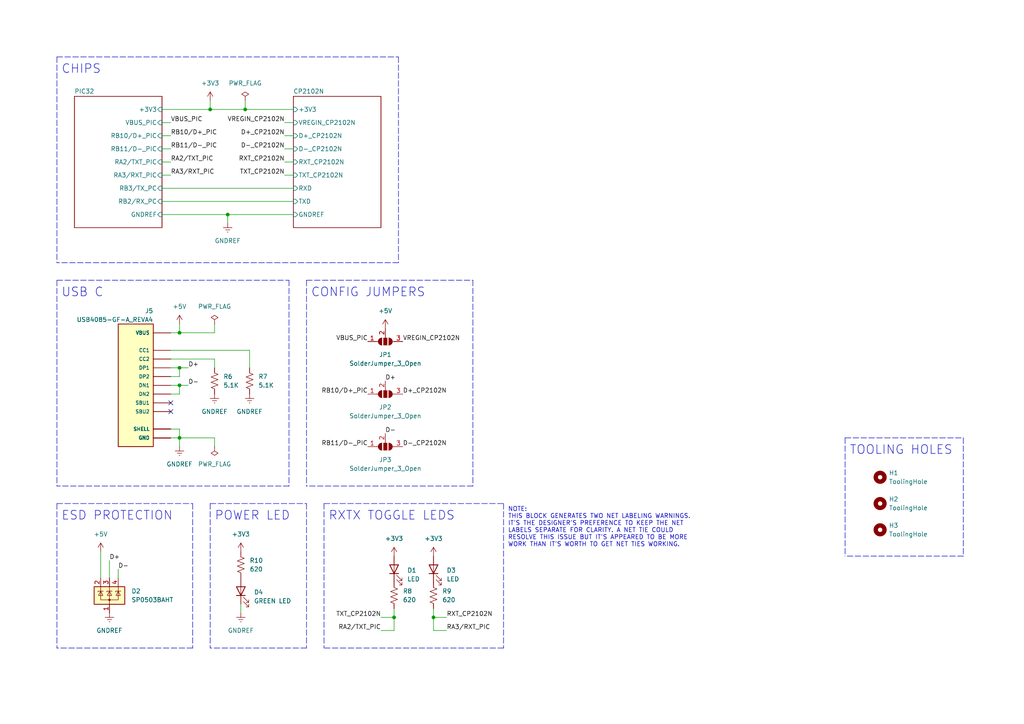
<source format=kicad_sch>
(kicad_sch (version 20211123) (generator eeschema)
  (paper "A4")
  (lib_symbols
    (symbol "Device:LED" (pin_numbers hide) (pin_names (offset 1.016) hide)
      (property "Reference" "D" (at 0 2.54 0))
      (property "Value" "LED" (at 0 -2.54 0))
      (symbol "LED_0_1"
        (polyline (pts (xy -1.27 -1.27) (xy -1.27 1.27)) (stroke (width 0.254)))
        (polyline (pts (xy -1.27 0) (xy 1.27 0)))
        (polyline (pts (xy 1.27 -1.27) (xy 1.27 1.27) (xy -1.27 0) (xy 1.27 -1.27)) (stroke (width 0.254)))
        (polyline (pts (xy -3.048 -0.762) (xy -4.572 -2.286) (xy -3.81 -2.286) (xy -4.572 -2.286) (xy -4.572 -1.524)))
        (polyline (pts (xy -1.778 -0.762) (xy -3.302 -2.286) (xy -2.54 -2.286) (xy -3.302 -2.286) (xy -3.302 -1.524)))
      )
      (symbol "LED_1_1"
        (pin passive line (at -3.81 0 0) (length 2.54) (name "K") (number "1"))
        (pin passive line (at 3.81 0 180) (length 2.54) (name "A") (number "2"))
      )
    )
    (symbol "Device:R_US" (pin_numbers hide) (pin_names (offset 0))
      (property "Reference" "R" (at 2.54 0 90))
      (property "Value" "R_US" (at -2.54 0 90))
      (symbol "R_US_0_1"
        (polyline (pts (xy 0 -2.286) (xy 0 -2.54)))
        (polyline (pts (xy 0 2.286) (xy 0 2.54)))
        (polyline (pts (xy 0 -0.762) (xy 1.016 -1.143) (xy 0 -1.524) (xy -1.016 -1.905) (xy 0 -2.286)))
        (polyline (pts (xy 0 0.762) (xy 1.016 0.381) (xy 0 0) (xy -1.016 -0.381) (xy 0 -0.762)))
        (polyline (pts (xy 0 2.286) (xy 1.016 1.905) (xy 0 1.524) (xy -1.016 1.143) (xy 0 0.762)))
      )
      (symbol "R_US_1_1"
        (pin passive line (at 0 3.81 270) (length 1.27) (name "~") (number "1"))
        (pin passive line (at 0 -3.81 90) (length 1.27) (name "~") (number "2"))
      )
    )
    (symbol "Jumper:SolderJumper_3_Open" (pin_names (offset 0) hide)
      (property "Reference" "JP" (at -2.54 -2.54 0))
      (property "Value" "SolderJumper_3_Open" (at 0 2.794 0))
      (symbol "SolderJumper_3_Open_0_1"
        (arc (start -1.016 1.016) (mid -2.032 0) (end -1.016 -1.016))
        (arc (start -1.016 1.016) (mid -2.032 0) (end -1.016 -1.016) (fill (type outline)))
        (rectangle (start -0.508 1.016) (end 0.508 -1.016) (fill (type outline)))
        (polyline (pts (xy -2.54 0) (xy -2.032 0)))
        (polyline (pts (xy -1.016 1.016) (xy -1.016 -1.016)))
        (polyline (pts (xy 0 -1.27) (xy 0 -1.016)))
        (polyline (pts (xy 1.016 1.016) (xy 1.016 -1.016)))
        (polyline (pts (xy 2.54 0) (xy 2.032 0)))
        (arc (start 1.016 -1.016) (mid 2.032 0) (end 1.016 1.016))
        (arc (start 1.016 -1.016) (mid 2.032 0) (end 1.016 1.016) (fill (type outline)))
      )
      (symbol "SolderJumper_3_Open_1_1"
        (pin passive line (at -5.08 0 0) (length 2.54) (name "A") (number "1"))
        (pin passive line (at 0 -3.81 90) (length 2.54) (name "C") (number "2"))
        (pin passive line (at 5.08 0 180) (length 2.54) (name "B") (number "3"))
      )
    )
    (symbol "Mechanical:MountingHole" (pin_names (offset 1.016))
      (property "Reference" "H" (at 0 5.08 0))
      (property "Value" "MountingHole" (at 0 3.175 0))
      (symbol "MountingHole_0_1"
        (circle (center 0 0) (radius 1.27) (stroke (width 1.27)))
      )
    )
    (symbol "Power_Protection:SP0503BAHT" (pin_names hide)
      (property "Reference" "D" (at 5.715 2.54 0))
      (property "Value" "SP0503BAHT" (at 5.715 0.635 0))
      (symbol "SP0503BAHT_0_0"
        (pin passive line (at 0 -5.08 90) (length 2.54) (name "A") (number "1"))
      )
      (symbol "SP0503BAHT_0_1"
        (rectangle (start -4.445 2.54) (end 4.445 -2.54) (stroke (width 0.254)) (fill (type background)))
        (circle (center 0 -1.27) (radius 0.254) (fill (type outline)))
        (polyline (pts (xy -2.54 2.54) (xy -2.54 1.27)))
        (polyline (pts (xy 0 -1.27) (xy 0 -2.54)))
        (polyline (pts (xy 0 -1.27) (xy 0 1.27)))
        (polyline (pts (xy 0 2.54) (xy 0 1.27)))
        (polyline (pts (xy 0.635 1.27) (xy 0.762 1.27)))
        (polyline (pts (xy 2.54 2.54) (xy 2.54 1.27)))
        (polyline (pts (xy 0.635 1.27) (xy -0.762 1.27) (xy -0.762 1.016)))
        (polyline (pts (xy -3.302 1.016) (xy -3.302 1.27) (xy -1.905 1.27) (xy -1.778 1.27)))
        (polyline (pts (xy -2.54 1.27) (xy -2.54 -1.27) (xy 2.54 -1.27) (xy 2.54 1.27)))
        (polyline (pts (xy -2.54 1.27) (xy -1.905 0) (xy -3.175 0) (xy -2.54 1.27)))
        (polyline (pts (xy 0.635 0) (xy -0.635 0) (xy 0 1.27) (xy 0.635 0)))
        (polyline (pts (xy 1.778 1.016) (xy 1.778 1.27) (xy 3.175 1.27) (xy 3.302 1.27)))
        (polyline (pts (xy 2.54 1.27) (xy 1.905 0) (xy 3.175 0) (xy 2.54 1.27)))
      )
      (symbol "SP0503BAHT_1_1"
        (pin passive line (at -2.54 5.08 270) (length 2.54) (name "K") (number "2"))
        (pin passive line (at 0 5.08 270) (length 2.54) (name "K") (number "3"))
        (pin passive line (at 2.54 5.08 270) (length 2.54) (name "K") (number "4"))
      )
    )
    (symbol "USB4085-GF-A_REVA4:USB4085-GF-A_REVA4" (pin_numbers hide) (pin_names (offset 1.016))
      (property "Reference" "J" (at -5.08 18.288 0))
      (property "Value" "USB4085-GF-A_REVA4" (at -5.08 -20.32 0))
      (symbol "USB4085-GF-A_REVA4_0_0"
        (rectangle (start -5.08 -17.78) (end 5.08 17.78) (stroke (width 0.254)) (fill (type background)))
        (pin power_in line (at -10.16 -15.24 0) (length 5.08) (name "GND") (number "A1"))
        (pin power_in line (at -10.16 -15.24 0) (length 5.08) (name "GND") (number "A12"))
        (pin power_in line (at -10.16 15.24 0) (length 5.08) (name "VBUS") (number "A4"))
        (pin bidirectional line (at -10.16 10.16 0) (length 5.08) (name "CC1") (number "A5"))
        (pin bidirectional line (at -10.16 5.08 0) (length 5.08) (name "DP1") (number "A6"))
        (pin bidirectional line (at -10.16 0 0) (length 5.08) (name "DN1") (number "A7"))
        (pin bidirectional line (at -10.16 -5.08 0) (length 5.08) (name "SBU1") (number "A8"))
        (pin power_in line (at -10.16 15.24 0) (length 5.08) (name "VBUS") (number "A9"))
        (pin power_in line (at -10.16 -15.24 0) (length 5.08) (name "GND") (number "B1"))
        (pin power_in line (at -10.16 -15.24 0) (length 5.08) (name "GND") (number "B12"))
        (pin power_in line (at -10.16 15.24 0) (length 5.08) (name "VBUS") (number "B4"))
        (pin bidirectional line (at -10.16 7.62 0) (length 5.08) (name "CC2") (number "B5"))
        (pin bidirectional line (at -10.16 2.54 0) (length 5.08) (name "DP2") (number "B6"))
        (pin bidirectional line (at -10.16 -2.54 0) (length 5.08) (name "DN2") (number "B7"))
        (pin bidirectional line (at -10.16 -7.62 0) (length 5.08) (name "SBU2") (number "B8"))
        (pin power_in line (at -10.16 15.24 0) (length 5.08) (name "VBUS") (number "B9"))
        (pin passive line (at -10.16 -12.7 0) (length 5.08) (name "SHELL") (number "S1"))
        (pin passive line (at -10.16 -12.7 0) (length 5.08) (name "SHELL") (number "S2"))
        (pin passive line (at -10.16 -12.7 0) (length 5.08) (name "SHELL") (number "S3"))
        (pin passive line (at -10.16 -12.7 0) (length 5.08) (name "SHELL") (number "S4"))
      )
    )
    (symbol "power:+3V3" (power) (pin_names (offset 0))
      (property "Value" "+3V3" (at 0 3.556 0))
      (symbol "+3V3_0_1"
        (polyline (pts (xy -0.762 1.27) (xy 0 2.54)))
        (polyline (pts (xy 0 0) (xy 0 2.54)))
        (polyline (pts (xy 0 2.54) (xy 0.762 1.27)))
      )
      (symbol "+3V3_1_1"
        (pin power_in line (at 0 0 90) (length 0) hide (name "+3V3") (number "1"))
      )
    )
    (symbol "power:+5V" (power) (pin_names (offset 0))
      (property "Value" "+5V" (at 0 3.556 0))
      (symbol "+5V_0_1"
        (polyline (pts (xy -0.762 1.27) (xy 0 2.54)))
        (polyline (pts (xy 0 0) (xy 0 2.54)))
        (polyline (pts (xy 0 2.54) (xy 0.762 1.27)))
      )
      (symbol "+5V_1_1"
        (pin power_in line (at 0 0 90) (length 0) hide (name "+5V") (number "1"))
      )
    )
    (symbol "power:GNDREF" (power) (pin_names (offset 0))
      (property "Value" "GNDREF" (at 0 -3.81 0))
      (symbol "GNDREF_0_1"
        (polyline (pts (xy -0.635 -1.905) (xy 0.635 -1.905)))
        (polyline (pts (xy -0.127 -2.54) (xy 0.127 -2.54)))
        (polyline (pts (xy 0 -1.27) (xy 0 0)))
        (polyline (pts (xy 1.27 -1.27) (xy -1.27 -1.27)))
      )
      (symbol "GNDREF_1_1"
        (pin power_in line (at 0 0 270) (length 0) hide (name "GNDREF") (number "1"))
      )
    )
    (symbol "power:PWR_FLAG" (power) (pin_numbers hide) (pin_names (offset 0) hide)
      (property "Value" "PWR_FLAG" (at 0 3.81 0))
      (symbol "PWR_FLAG_0_0"
        (pin power_out line (at 0 0 90) (length 0) (name "pwr") (number "1"))
      )
      (symbol "PWR_FLAG_0_1"
        (polyline (pts (xy 0 0) (xy 0 1.27) (xy -1.016 1.905) (xy 0 2.54) (xy 1.016 1.905) (xy 0 1.27)))
      )
    )
  )
  (junction (at 114.3 179.07))
  (junction (at 52.07 96.52))
  (junction (at 66.04 62.23))
  (junction (at 52.07 111.76))
  (junction (at 71.12 31.75))
  (junction (at 60.96 31.75))
  (junction (at 52.07 127))
  (junction (at 125.73 179.07))
  (junction (at 52.07 106.68))
  (no_connect (at 49.53 119.38))
  (no_connect (at 49.53 116.84))
  (wire (pts (xy 60.96 31.75) (xy 71.12 31.75)))
  (wire (pts (xy 49.53 124.46) (xy 52.07 124.46)))
  (polyline (pts (xy 146.05 146.05) (xy 146.05 187.96)))
  (polyline (pts (xy 60.96 146.05) (xy 60.96 187.96)))
  (polyline (pts (xy 115.57 76.2) (xy 16.51 76.2)))
  (polyline (pts (xy 137.16 81.28) (xy 137.16 140.97)))
  (polyline (pts (xy 88.9 81.28) (xy 88.9 140.97)))
  (wire (pts (xy 110.49 182.88) (xy 114.3 182.88)))
  (wire (pts (xy 62.23 104.14) (xy 62.23 106.68)))
  (wire (pts (xy 72.39 101.6) (xy 72.39 106.68)))
  (wire (pts (xy 49.53 114.3) (xy 52.07 114.3)))
  (wire (pts (xy 46.99 58.42) (xy 85.09 58.42)))
  (wire (pts (xy 71.12 29.21) (xy 71.12 31.75)))
  (polyline (pts (xy 146.05 187.96) (xy 93.98 187.96)))
  (wire (pts (xy 46.99 39.37) (xy 49.53 39.37)))
  (polyline (pts (xy 16.51 146.05) (xy 16.51 187.96)))
  (polyline (pts (xy 55.88 187.96) (xy 16.51 187.96)))
  (polyline (pts (xy 16.51 81.28) (xy 83.82 81.28)))
  (wire (pts (xy 34.29 165.1) (xy 34.29 167.64)))
  (wire (pts (xy 52.07 127) (xy 52.07 129.54)))
  (wire (pts (xy 49.53 104.14) (xy 62.23 104.14)))
  (polyline (pts (xy 279.4 127) (xy 279.4 161.29)))
  (wire (pts (xy 46.99 43.18) (xy 49.53 43.18)))
  (wire (pts (xy 82.55 50.8) (xy 85.09 50.8)))
  (polyline (pts (xy 88.9 187.96) (xy 60.96 187.96)))
  (wire (pts (xy 31.75 162.56) (xy 31.75 167.64)))
  (wire (pts (xy 46.99 62.23) (xy 66.04 62.23)))
  (wire (pts (xy 62.23 127) (xy 52.07 127)))
  (wire (pts (xy 49.53 127) (xy 52.07 127)))
  (wire (pts (xy 49.53 96.52) (xy 52.07 96.52)))
  (wire (pts (xy 60.96 29.21) (xy 60.96 31.75)))
  (wire (pts (xy 82.55 35.56) (xy 85.09 35.56)))
  (polyline (pts (xy 88.9 81.28) (xy 137.16 81.28)))
  (polyline (pts (xy 93.98 146.05) (xy 93.98 187.96)))
  (wire (pts (xy 62.23 129.54) (xy 62.23 127)))
  (polyline (pts (xy 83.82 140.97) (xy 16.51 140.97)))
  (polyline (pts (xy 83.82 81.28) (xy 83.82 140.97)))
  (wire (pts (xy 125.73 179.07) (xy 129.54 179.07)))
  (polyline (pts (xy 16.51 16.51) (xy 16.51 76.2)))
  (polyline (pts (xy 60.96 146.05) (xy 88.9 146.05)))
  (polyline (pts (xy 279.4 161.29) (xy 245.11 161.29)))
  (polyline (pts (xy 16.51 146.05) (xy 55.88 146.05)))
  (polyline (pts (xy 55.88 146.05) (xy 55.88 187.96)))
  (wire (pts (xy 49.53 109.22) (xy 52.07 109.22)))
  (wire (pts (xy 52.07 106.68) (xy 49.53 106.68)))
  (wire (pts (xy 46.99 46.99) (xy 49.53 46.99)))
  (polyline (pts (xy 93.98 146.05) (xy 146.05 146.05)))
  (wire (pts (xy 125.73 176.53) (xy 125.73 179.07)))
  (wire (pts (xy 82.55 46.99) (xy 85.09 46.99)))
  (wire (pts (xy 114.3 179.07) (xy 110.49 179.07)))
  (wire (pts (xy 69.85 177.8) (xy 69.85 175.26)))
  (polyline (pts (xy 137.16 140.97) (xy 88.9 140.97)))
  (wire (pts (xy 52.07 124.46) (xy 52.07 127)))
  (wire (pts (xy 66.04 62.23) (xy 66.04 64.77)))
  (wire (pts (xy 46.99 35.56) (xy 49.53 35.56)))
  (wire (pts (xy 52.07 109.22) (xy 52.07 106.68)))
  (polyline (pts (xy 16.51 81.28) (xy 16.51 140.97)))
  (wire (pts (xy 49.53 111.76) (xy 52.07 111.76)))
  (wire (pts (xy 29.21 160.02) (xy 29.21 167.64)))
  (wire (pts (xy 54.61 106.68) (xy 52.07 106.68)))
  (wire (pts (xy 49.53 101.6) (xy 72.39 101.6)))
  (polyline (pts (xy 88.9 146.05) (xy 88.9 187.96)))
  (wire (pts (xy 114.3 179.07) (xy 114.3 182.88)))
  (polyline (pts (xy 115.57 16.51) (xy 115.57 76.2)))
  (wire (pts (xy 46.99 50.8) (xy 49.53 50.8)))
  (wire (pts (xy 82.55 39.37) (xy 85.09 39.37)))
  (wire (pts (xy 52.07 114.3) (xy 52.07 111.76)))
  (wire (pts (xy 82.55 43.18) (xy 85.09 43.18)))
  (wire (pts (xy 125.73 182.88) (xy 129.54 182.88)))
  (wire (pts (xy 62.23 93.98) (xy 62.23 96.52)))
  (wire (pts (xy 71.12 31.75) (xy 85.09 31.75)))
  (polyline (pts (xy 245.11 127) (xy 245.11 161.29)))
  (wire (pts (xy 46.99 54.61) (xy 85.09 54.61)))
  (wire (pts (xy 52.07 111.76) (xy 54.61 111.76)))
  (polyline (pts (xy 16.51 16.51) (xy 115.57 16.51)))
  (wire (pts (xy 66.04 62.23) (xy 85.09 62.23)))
  (wire (pts (xy 125.73 179.07) (xy 125.73 182.88)))
  (wire (pts (xy 52.07 96.52) (xy 52.07 93.98)))
  (wire (pts (xy 46.99 31.75) (xy 60.96 31.75)))
  (wire (pts (xy 62.23 96.52) (xy 52.07 96.52)))
  (polyline (pts (xy 245.11 127) (xy 279.4 127)))
  (wire (pts (xy 114.3 176.53) (xy 114.3 179.07)))
  (text "ESD PROTECTION" (at 17.78 151.13 0) (effects (font (size 2.54 2.54)) (justify left bottom)))
  (text "USB C" (at 17.78 86.36 0) (effects (font (size 2.54 2.54)) (justify left bottom)))
  (text "CONFIG JUMPERS" (at 90.17 86.36 0) (effects (font (size 2.54 2.54)) (justify left bottom)))
  (text "POWER LED" (at 62.23 151.13 0) (effects (font (size 2.54 2.54)) (justify left bottom)))
  (text "NOTE:\nTHIS BLOCK GENERATES TWO NET LABELING WARNINGS.\nIT'S THE DESIGNER'S PREFERENCE TO KEEP THE NET\nLABELS SEPARATE FOR CLARITY. A NET TIE COULD\nRESOLVE THIS ISSUE BUT IT'S APPEARED TO BE MORE\nWORK THAN IT'S WORTH TO GET NET TIES WORKING." (at 147.32 158.75 0) (effects (font (size 1.27 1.27)) (justify left bottom)))
  (text "CHIPS" (at 17.78 21.59 0) (effects (font (size 2.54 2.54)) (justify left bottom)))
  (text "TOOLING HOLES" (at 246.38 132.08 0) (effects (font (size 2.54 2.54)) (justify left bottom)))
  (text "RXTX TOGGLE LEDS" (at 95.25 151.13 0) (effects (font (size 2.54 2.54)) (justify left bottom)))
  (label "D-" (at 111.76 125.73 0))
  (label "RXT_CP2102N" (at 82.55 46.99 180))
  (label "D-" (at 34.29 165.1 0))
  (label "D+" (at 54.61 106.68 0))
  (label "D+" (at 111.76 110.49 0))
  (label "D+" (at 31.75 162.56 0))
  (label "TXT_CP2102N" (at 82.55 50.8 180))
  (label "D-_CP2102N" (at 116.84 129.54 0))
  (label "VBUS_PIC" (at 106.68 99.06 180))
  (label "RB10{slash}D+_PIC" (at 49.53 39.37 0))
  (label "VBUS_PIC" (at 49.53 35.56 0))
  (label "VREGIN_CP2102N" (at 116.84 99.06 0))
  (label "D+_CP2102N" (at 116.84 114.3 0))
  (label "RA2{slash}TXT_PIC" (at 110.49 182.88 180))
  (label "RXT_CP2102N" (at 129.54 179.07 0))
  (label "RA3{slash}RXT_PIC" (at 129.54 182.88 0))
  (label "D-" (at 54.61 111.76 0))
  (label "D-_CP2102N" (at 82.55 43.18 180))
  (label "RB11{slash}D-_PIC" (at 49.53 43.18 0))
  (label "VREGIN_CP2102N" (at 82.55 35.56 180))
  (label "RA2{slash}TXT_PIC" (at 49.53 46.99 0))
  (label "TXT_CP2102N" (at 110.49 179.07 180))
  (label "RA3{slash}RXT_PIC" (at 49.53 50.8 0))
  (label "RB11{slash}D-_PIC" (at 106.68 129.54 180))
  (label "D+_CP2102N" (at 82.55 39.37 180))
  (label "RB10{slash}D+_PIC" (at 106.68 114.3 180))
  (symbol (lib_id "Mechanical:MountingHole") (at 255.27 146.05 0) (unit 1)
    (property "Reference" "H2" (at 257.81 144.7799 0) (effects (justify left)))
    (property "Value" "ToolingHole" (at 257.81 147.3199 0) (effects (justify left)))
    (property "Footprint" "footprints:JLCPCB_Tooling_Hole" (effects hide))
  )
  (symbol (lib_id "power:PWR_FLAG") (at 71.12 29.21 0) (unit 1)
    (property "Reference" "#FLG0101" (effects hide))
    (property "Value" "PWR_FLAG" (at 71.12 24.13 0))
  )
  (symbol (lib_id "power:+3V3") (at 69.85 160.02 0) (unit 1)
    (property "Reference" "#PWR016" (effects hide))
    (property "Value" "+3V3" (at 69.85 154.94 0))
  )
  (symbol (lib_id "Device:R_US") (at 125.73 172.72 0) (unit 1)
    (property "Reference" "R9" (at 128.27 171.4499 0) (effects (justify left)))
    (property "Value" "620" (at 128.27 173.9899 0) (effects (justify left)))
    (property "Footprint" "Resistor_SMD:R_1206_3216Metric" (effects hide))
  )
  (symbol (lib_id "power:+3V3") (at 125.73 161.29 0) (unit 1)
    (property "Reference" "#PWR015" (effects hide))
    (property "Value" "+3V3" (at 125.73 156.21 0))
  )
  (symbol (lib_id "Jumper:SolderJumper_3_Open") (at 111.76 99.06 0) (mirror x) (unit 1)
    (property "Reference" "JP1" (at 111.76 102.87 0))
    (property "Value" "SolderJumper_3_Open" (at 111.76 105.41 0))
    (property "Footprint" "Jumper:SolderJumper-3_P2.0mm_Open_TrianglePad1.0x1.5mm_NumberLabels" (effects hide))
  )
  (symbol (lib_id "Jumper:SolderJumper_3_Open") (at 111.76 114.3 0) (mirror x) (unit 1)
    (property "Reference" "JP2" (at 111.76 118.11 0))
    (property "Value" "SolderJumper_3_Open" (at 111.76 120.65 0))
    (property "Footprint" "Jumper:SolderJumper-3_P2.0mm_Open_TrianglePad1.0x1.5mm_NumberLabels" (effects hide))
  )
  (symbol (lib_id "power:+3V3") (at 60.96 29.21 0) (unit 1)
    (property "Reference" "#PWR012" (effects hide))
    (property "Value" "+3V3" (at 60.96 24.13 0))
  )
  (symbol (lib_id "power:PWR_FLAG") (at 62.23 129.54 0) (mirror x) (unit 1)
    (property "Reference" "#FLG02" (effects hide))
    (property "Value" "PWR_FLAG" (at 62.23 134.62 0))
  )
  (symbol (lib_id "power:+5V") (at 29.21 160.02 0) (unit 1)
    (property "Reference" "#PWR01" (effects hide))
    (property "Value" "+5V" (at 29.21 154.94 0))
  )
  (symbol (lib_id "Power_Protection:SP0503BAHT") (at 31.75 172.72 0) (unit 1)
    (property "Reference" "D2" (at 38.1 171.4499 0) (effects (justify left)))
    (property "Value" "SP0503BAHT" (at 38.1 173.9899 0) (effects (justify left)))
    (property "Footprint" "Package_TO_SOT_SMD:SOT-143" (effects hide))
    (property "Datasheet" "http://www.littelfuse.com/~/media/files/littelfuse/technical%20resources/documents/data%20sheets/sp05xxba.pdf" (effects hide))
  )
  (symbol (lib_id "Device:R_US") (at 62.23 110.49 0) (unit 1)
    (property "Reference" "R6" (at 64.77 109.2199 0) (effects (justify left)))
    (property "Value" "5.1K" (at 64.77 111.7599 0) (effects (justify left)))
    (property "Footprint" "Resistor_SMD:R_1206_3216Metric" (effects hide))
  )
  (symbol (lib_id "Device:R_US") (at 69.85 163.83 0) (unit 1)
    (property "Reference" "R10" (at 72.39 162.5599 0) (effects (justify left)))
    (property "Value" "620" (at 72.39 165.0999 0) (effects (justify left)))
    (property "Footprint" "Resistor_SMD:R_1206_3216Metric" (effects hide))
  )
  (symbol (lib_id "Device:LED") (at 125.73 165.1 90) (unit 1)
    (property "Reference" "D3" (at 129.54 165.4174 90) (effects (justify right)))
    (property "Value" "LED" (at 129.54 167.9574 90) (effects (justify right)))
    (property "Footprint" "LED_SMD:LED_1206_3216Metric" (effects hide))
  )
  (symbol (lib_id "power:GNDREF") (at 66.04 64.77 0) (unit 1)
    (property "Reference" "#PWR013" (effects hide))
    (property "Value" "GNDREF" (at 66.04 69.85 0))
  )
  (symbol (lib_id "power:+5V") (at 52.07 93.98 0) (unit 1)
    (property "Reference" "#PWR010" (effects hide))
    (property "Value" "+5V" (at 52.07 88.9 0))
  )
  (symbol (lib_id "power:PWR_FLAG") (at 62.23 93.98 0) (unit 1)
    (property "Reference" "#FLG01" (effects hide))
    (property "Value" "PWR_FLAG" (at 62.23 88.9 0))
  )
  (symbol (lib_id "Device:LED") (at 114.3 165.1 90) (unit 1)
    (property "Reference" "D1" (at 118.11 165.4174 90) (effects (justify right)))
    (property "Value" "LED" (at 118.11 167.9574 90) (effects (justify right)))
    (property "Footprint" "LED_SMD:LED_1206_3216Metric" (effects hide))
  )
  (symbol (lib_id "USB4085-GF-A_REVA4:USB4085-GF-A_REVA4") (at 39.37 111.76 0) (mirror y) (unit 1)
    (property "Reference" "J5" (at 44.45 90.17 0) (effects (justify left)))
    (property "Value" "USB4085-GF-A_REVA4" (at 44.45 92.71 0) (effects (justify left)))
    (property "Footprint" "GCT_USB4085-GF-A_REVA4" (effects hide))
    (property "MANUFACTURER" "Global Connector Technology" (effects hide))
    (property "SNAPEDA_PN" "USB4085-GF-A" (effects hide))
    (property "PARTREV" "A4" (effects hide))
    (property "MAXIMUM_PACKAGE_HEIGHT" "3.46 mm" (effects hide))
    (property "STANDARDD" "Manufacturer Recommendations" (effects hide))
  )
  (symbol (lib_id "Device:R_US") (at 72.39 110.49 0) (unit 1)
    (property "Reference" "R7" (at 74.93 109.2199 0) (effects (justify left)))
    (property "Value" "5.1K" (at 74.93 111.7599 0) (effects (justify left)))
    (property "Footprint" "Resistor_SMD:R_1206_3216Metric" (effects hide))
  )
  (symbol (lib_id "Device:R_US") (at 114.3 172.72 0) (unit 1)
    (property "Reference" "R8" (at 116.84 171.4499 0) (effects (justify left)))
    (property "Value" "620" (at 116.84 173.9899 0) (effects (justify left)))
    (property "Footprint" "Resistor_SMD:R_1206_3216Metric" (effects hide))
  )
  (symbol (lib_id "Jumper:SolderJumper_3_Open") (at 111.76 129.54 0) (mirror x) (unit 1)
    (property "Reference" "JP3" (at 111.76 133.35 0))
    (property "Value" "SolderJumper_3_Open" (at 111.76 135.89 0))
    (property "Footprint" "Jumper:SolderJumper-3_P2.0mm_Open_TrianglePad1.0x1.5mm_NumberLabels" (effects hide))
  )
  (symbol (lib_id "power:GNDREF") (at 31.75 177.8 0) (unit 1)
    (property "Reference" "#PWR08" (effects hide))
    (property "Value" "GNDREF" (at 31.75 182.88 0))
  )
  (symbol (lib_id "Device:LED") (at 69.85 171.45 90) (unit 1)
    (property "Reference" "D4" (at 73.66 171.7674 90) (effects (justify right)))
    (property "Value" "GREEN LED" (at 73.66 174.3074 90) (effects (justify right)))
    (property "Footprint" "LED_SMD:LED_1206_3216Metric" (effects hide))
  )
  (symbol (lib_id "Mechanical:MountingHole") (at 255.27 138.43 0) (unit 1)
    (property "Reference" "H1" (at 257.81 137.1599 0) (effects (justify left)))
    (property "Value" "ToolingHole" (at 257.81 139.6999 0) (effects (justify left)))
    (property "Footprint" "footprints:JLCPCB_Tooling_Hole" (effects hide))
  )
  (symbol (lib_id "Mechanical:MountingHole") (at 255.27 153.67 0) (unit 1)
    (property "Reference" "H3" (at 257.81 152.3999 0) (effects (justify left)))
    (property "Value" "ToolingHole" (at 257.81 154.9399 0) (effects (justify left)))
    (property "Footprint" "footprints:JLCPCB_Tooling_Hole" (effects hide))
  )
  (symbol (lib_id "power:+5V") (at 111.76 95.25 0) (unit 1)
    (property "Reference" "#PWR026" (effects hide))
    (property "Value" "+5V" (at 111.76 90.17 0))
  )
  (symbol (lib_id "power:GNDREF") (at 69.85 177.8 0) (unit 1)
    (property "Reference" "#PWR024" (effects hide))
    (property "Value" "GNDREF" (at 69.85 182.88 0))
  )
  (symbol (lib_id "power:GNDREF") (at 52.07 129.54 0) (unit 1)
    (property "Reference" "#PWR011" (effects hide))
    (property "Value" "GNDREF" (at 52.07 134.62 0))
  )
  (symbol (lib_id "power:GNDREF") (at 62.23 114.3 0) (unit 1)
    (property "Reference" "#PWR014" (effects hide))
    (property "Value" "GNDREF" (at 62.23 119.38 0))
  )
  (symbol (lib_id "power:+3V3") (at 114.3 161.29 0) (unit 1)
    (property "Reference" "#PWR06" (effects hide))
    (property "Value" "+3V3" (at 114.3 156.21 0))
  )
  (symbol (lib_id "power:GNDREF") (at 72.39 114.3 0) (unit 1)
    (property "Reference" "#PWR025" (effects hide))
    (property "Value" "GNDREF" (at 72.39 119.38 0))
  )
  (sheet (at 21.59 27.94) (size 25.4 38.1) (stroke (width 0.1524))
    (property "Sheet name" "PIC32" (at 21.59 27.2284 0) (effects (justify left bottom)))
    (property "Sheet file" "micro_controller.kicad_sch" (effects hide))
    (pin "GNDREF" input (at 46.99 62.23 0))
    (pin "RB2{slash}RX_PC" input (at 46.99 58.42 0))
    (pin "+3V3" input (at 46.99 31.75 0))
    (pin "RB3{slash}TX_PC" input (at 46.99 54.61 0))
    (pin "RB11{slash}D-_PIC" input (at 46.99 43.18 0))
    (pin "RB10{slash}D+_PIC" input (at 46.99 39.37 0))
    (pin "VBUS_PIC" input (at 46.99 35.56 0))
    (pin "RA2{slash}TXT_PIC" input (at 46.99 46.99 0))
    (pin "RA3{slash}RXT_PIC" input (at 46.99 50.8 0))
  )
  (sheet (at 85.09 27.94) (size 25.4 38.1) (stroke (width 0.1524))
    (property "Sheet name" "CP2102N" (at 85.09 27.2284 0) (effects (justify left bottom)))
    (property "Sheet file" "serial_bridge.kicad_sch" (effects hide))
    (pin "GNDREF" input (at 85.09 62.23 180))
    (pin "+3V3" input (at 85.09 31.75 180))
    (pin "TXD" input (at 85.09 58.42 180))
    (pin "RXD" input (at 85.09 54.61 180))
    (pin "VREGIN_CP2102N" input (at 85.09 35.56 180))
    (pin "D-_CP2102N" input (at 85.09 43.18 180))
    (pin "D+_CP2102N" input (at 85.09 39.37 180))
    (pin "RXT_CP2102N" input (at 85.09 46.99 180))
    (pin "TXT_CP2102N" input (at 85.09 50.8 180))
  )
)
</source>
